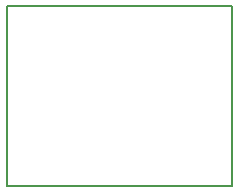
<source format=gbr>
G04 #@! TF.GenerationSoftware,KiCad,Pcbnew,5.0.2+dfsg1-1+build1*
G04 #@! TF.CreationDate,2019-08-15T08:40:52-04:00*
G04 #@! TF.ProjectId,sharp_corner,73686172-705f-4636-9f72-6e65722e6b69,rev?*
G04 #@! TF.SameCoordinates,Original*
G04 #@! TF.FileFunction,Profile,NP*
%FSLAX46Y46*%
G04 Gerber Fmt 4.6, Leading zero omitted, Abs format (unit mm)*
G04 Created by KiCad (PCBNEW 5.0.2+dfsg1-1+build1) date Thu 15 Aug 2019 08:40:52 AM EDT*
%MOMM*%
%LPD*%
G01*
G04 APERTURE LIST*
%ADD10C,0.150000*%
G04 APERTURE END LIST*
D10*
X137160000Y-107950000D02*
X137160000Y-92710000D01*
X156210000Y-107950000D02*
X137160000Y-107950000D01*
X156210000Y-92710000D02*
X156210000Y-107950000D01*
X137160000Y-92710000D02*
X156210000Y-92710000D01*
M02*

</source>
